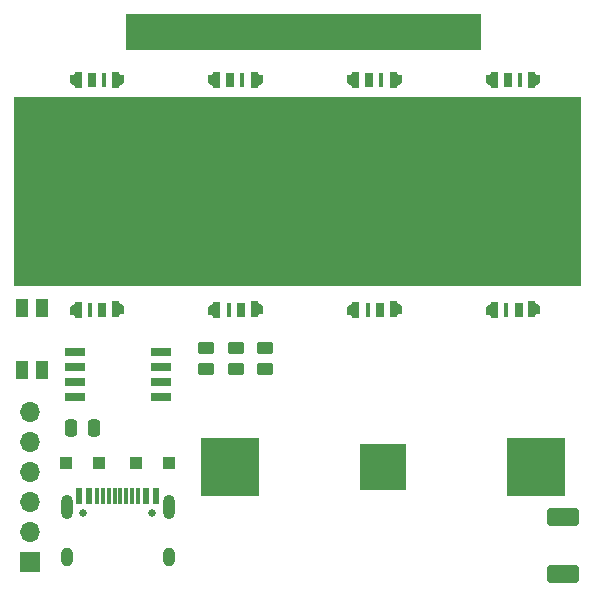
<source format=gbr>
%TF.GenerationSoftware,KiCad,Pcbnew,9.0.4*%
%TF.CreationDate,2025-11-23T20:37:17+01:00*%
%TF.ProjectId,Bina_Badge,42696e61-5f42-4616-9467-652e6b696361,rev?*%
%TF.SameCoordinates,Original*%
%TF.FileFunction,Soldermask,Top*%
%TF.FilePolarity,Negative*%
%FSLAX46Y46*%
G04 Gerber Fmt 4.6, Leading zero omitted, Abs format (unit mm)*
G04 Created by KiCad (PCBNEW 9.0.4) date 2025-11-23 20:37:17*
%MOMM*%
%LPD*%
G01*
G04 APERTURE LIST*
G04 Aperture macros list*
%AMRoundRect*
0 Rectangle with rounded corners*
0 $1 Rounding radius*
0 $2 $3 $4 $5 $6 $7 $8 $9 X,Y pos of 4 corners*
0 Add a 4 corners polygon primitive as box body*
4,1,4,$2,$3,$4,$5,$6,$7,$8,$9,$2,$3,0*
0 Add four circle primitives for the rounded corners*
1,1,$1+$1,$2,$3*
1,1,$1+$1,$4,$5*
1,1,$1+$1,$6,$7*
1,1,$1+$1,$8,$9*
0 Add four rect primitives between the rounded corners*
20,1,$1+$1,$2,$3,$4,$5,0*
20,1,$1+$1,$4,$5,$6,$7,0*
20,1,$1+$1,$6,$7,$8,$9,0*
20,1,$1+$1,$8,$9,$2,$3,0*%
%AMFreePoly0*
4,1,27,0.535355,0.635355,0.550000,0.600000,0.550000,-0.600000,0.535355,-0.635355,0.500000,-0.650000,-0.050000,-0.650000,-0.085355,-0.635355,-0.100000,-0.600000,-0.100000,-0.486414,-0.191342,-0.461940,-0.304381,-0.396677,-0.396677,-0.304381,-0.428074,-0.250000,-0.500000,-0.250000,-0.535355,-0.235355,-0.550000,-0.200000,-0.550000,0.350000,-0.535355,0.385355,-0.500000,0.400000,-0.298625,0.400000,
-0.191342,0.461940,-0.100000,0.486414,-0.100000,0.600000,-0.085355,0.635355,-0.050000,0.650000,0.500000,0.650000,0.535355,0.635355,0.535355,0.635355,$1*%
%AMFreePoly1*
4,1,27,0.085355,0.635355,0.100000,0.600000,0.100000,0.486414,0.191342,0.461940,0.298625,0.400000,0.500000,0.400000,0.535355,0.385355,0.550000,0.350000,0.550000,-0.200000,0.535355,-0.235355,0.500000,-0.250000,0.428074,-0.250000,0.396677,-0.304381,0.304381,-0.396677,0.191342,-0.461940,0.100000,-0.486414,0.100000,-0.600000,0.085355,-0.635355,0.050000,-0.650000,-0.500000,-0.650000,
-0.535355,-0.635355,-0.550000,-0.600000,-0.550000,0.600000,-0.535355,0.635355,-0.500000,0.650000,0.050000,0.650000,0.085355,0.635355,0.085355,0.635355,$1*%
G04 Aperture macros list end*
%ADD10RoundRect,0.250000X-1.100000X0.500000X-1.100000X-0.500000X1.100000X-0.500000X1.100000X0.500000X0*%
%ADD11FreePoly0,180.000000*%
%ADD12R,0.700000X1.200000*%
%ADD13R,0.450000X1.200000*%
%ADD14FreePoly1,180.000000*%
%ADD15FreePoly0,0.000000*%
%ADD16FreePoly1,0.000000*%
%ADD17RoundRect,0.250000X-0.300000X-0.300000X0.300000X-0.300000X0.300000X0.300000X-0.300000X0.300000X0*%
%ADD18R,1.700000X1.700000*%
%ADD19O,1.700000X1.700000*%
%ADD20R,5.000000X5.000000*%
%ADD21R,4.000000X4.000000*%
%ADD22R,1.000000X1.550000*%
%ADD23RoundRect,0.250000X0.450000X-0.262500X0.450000X0.262500X-0.450000X0.262500X-0.450000X-0.262500X0*%
%ADD24R,1.700000X0.650000*%
%ADD25RoundRect,0.250000X0.300000X0.300000X-0.300000X0.300000X-0.300000X-0.300000X0.300000X-0.300000X0*%
%ADD26C,0.650000*%
%ADD27R,0.600000X1.450000*%
%ADD28R,0.300000X1.450000*%
%ADD29O,1.000000X2.100000*%
%ADD30O,1.000000X1.600000*%
%ADD31RoundRect,0.250000X-0.250000X-0.475000X0.250000X-0.475000X0.250000X0.475000X-0.250000X0.475000X0*%
G04 APERTURE END LIST*
G36*
X105500000Y-46000000D02*
G01*
X135500000Y-46000000D01*
X135500000Y-49000000D01*
X105500000Y-49000000D01*
X105500000Y-46000000D01*
G37*
G36*
X96000000Y-53000000D02*
G01*
X144000000Y-53000000D01*
X144000000Y-69000000D01*
X96000000Y-69000000D01*
X96000000Y-53000000D01*
G37*
D10*
%TO.C,D10*%
X142500000Y-93400000D03*
X142500000Y-88600000D03*
%TD*%
D11*
%TO.C,D2*%
X116550000Y-70987000D03*
D12*
X115200000Y-71013000D03*
D13*
X114175000Y-71013000D03*
D14*
X112950000Y-71013000D03*
%TD*%
D15*
%TO.C,D7*%
X112950000Y-51573789D03*
D12*
X114300000Y-51547789D03*
D13*
X115325000Y-51547789D03*
D16*
X116550000Y-51547789D03*
%TD*%
D15*
%TO.C,D8*%
X101200000Y-51573789D03*
D12*
X102550000Y-51547789D03*
D13*
X103575000Y-51547789D03*
D16*
X104800000Y-51547789D03*
%TD*%
D17*
%TO.C,D12*%
X106350000Y-84000000D03*
X109150000Y-84000000D03*
%TD*%
D15*
%TO.C,D6*%
X124700000Y-51573789D03*
D12*
X126050000Y-51547789D03*
D13*
X127075000Y-51547789D03*
D16*
X128300000Y-51547789D03*
%TD*%
D18*
%TO.C,J1*%
X97300000Y-92350000D03*
D19*
X97300000Y-89810000D03*
X97300000Y-87270000D03*
X97300000Y-84730000D03*
X97300000Y-82190000D03*
X97300000Y-79650000D03*
%TD*%
D11*
%TO.C,D1*%
X104800000Y-70987000D03*
D12*
X103450000Y-71013000D03*
D13*
X102425000Y-71013000D03*
D14*
X101200000Y-71013000D03*
%TD*%
D11*
%TO.C,D4*%
X140050000Y-70987000D03*
D12*
X138700000Y-71013000D03*
D13*
X137675000Y-71013000D03*
D14*
X136450000Y-71013000D03*
%TD*%
D20*
%TO.C,BT1*%
X140150000Y-84350000D03*
X114250000Y-84350000D03*
D21*
X127200000Y-84350000D03*
%TD*%
D22*
%TO.C,SW1*%
X96650000Y-76125000D03*
X96650000Y-70875000D03*
X98350000Y-76125000D03*
X98350000Y-70875000D03*
%TD*%
D23*
%TO.C,R2*%
X112250000Y-76075000D03*
X112250000Y-74250000D03*
%TD*%
D24*
%TO.C,U1*%
X108450000Y-78405000D03*
X108450000Y-77135000D03*
X108450000Y-75865000D03*
X108450000Y-74595000D03*
X101150000Y-74595000D03*
X101150000Y-75865000D03*
X101150000Y-77135000D03*
X101150000Y-78405000D03*
%TD*%
D25*
%TO.C,D9*%
X103150000Y-84000000D03*
X100350000Y-84000000D03*
%TD*%
D26*
%TO.C,P1*%
X101860000Y-88280000D03*
X107640000Y-88280000D03*
D27*
X101500000Y-86835000D03*
X102300000Y-86835000D03*
D28*
X103500000Y-86835000D03*
X104500000Y-86835000D03*
X105000000Y-86835000D03*
X106000000Y-86835000D03*
D27*
X107200000Y-86835000D03*
X108000000Y-86835000D03*
X108000000Y-86835000D03*
X107200000Y-86835000D03*
D28*
X106500000Y-86835000D03*
X105500000Y-86835000D03*
X104000000Y-86835000D03*
X103000000Y-86835000D03*
D27*
X102300000Y-86835000D03*
X101500000Y-86835000D03*
D29*
X100430000Y-87750000D03*
D30*
X100430000Y-91930000D03*
D29*
X109070000Y-87750000D03*
D30*
X109070000Y-91930000D03*
%TD*%
D23*
%TO.C,R3*%
X117250000Y-76075000D03*
X117250000Y-74250000D03*
%TD*%
%TO.C,R1*%
X114750000Y-76075000D03*
X114750000Y-74250000D03*
%TD*%
D11*
%TO.C,D3*%
X128300000Y-70987000D03*
D12*
X126950000Y-71013000D03*
D13*
X125925000Y-71013000D03*
D14*
X124700000Y-71013000D03*
%TD*%
D31*
%TO.C,C1*%
X100850000Y-81087500D03*
X102750000Y-81087500D03*
%TD*%
D15*
%TO.C,D5*%
X136450000Y-51573789D03*
D12*
X137800000Y-51547789D03*
D13*
X138825000Y-51547789D03*
D16*
X140050000Y-51547789D03*
%TD*%
M02*

</source>
